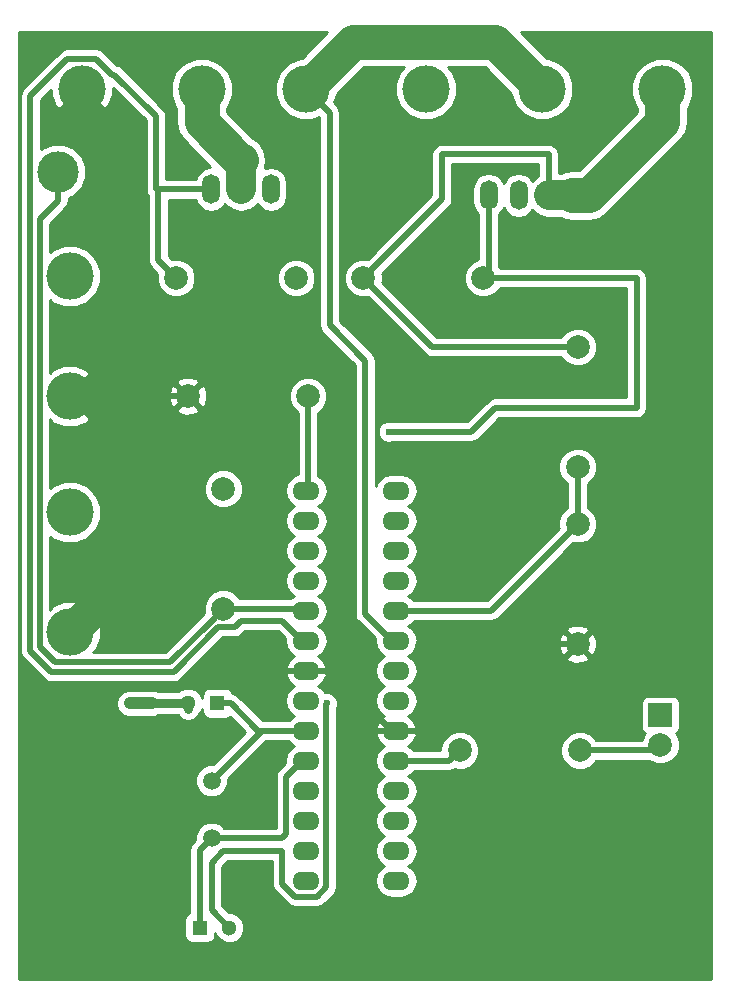
<source format=gtl>
G04 #@! TF.FileFunction,Copper,L1,Top,Signal*
%FSLAX46Y46*%
G04 Gerber Fmt 4.6, Leading zero omitted, Abs format (unit mm)*
G04 Created by KiCad (PCBNEW 4.0.2+dfsg1-stable) date on. 29. nov. 2017 kl. 15.41 +0100*
%MOMM*%
G01*
G04 APERTURE LIST*
%ADD10C,0.100000*%
%ADD11C,1.000000*%
%ADD12C,4.000500*%
%ADD13R,1.300000X1.300000*%
%ADD14C,1.300000*%
%ADD15R,2.000000X2.000000*%
%ADD16C,2.000000*%
%ADD17O,2.300000X1.600000*%
%ADD18C,3.500120*%
%ADD19C,1.998980*%
%ADD20C,1.501140*%
%ADD21C,1.000000*%
%ADD22O,1.501140X2.499360*%
%ADD23C,0.900000*%
%ADD24C,0.600000*%
%ADD25C,0.500000*%
%ADD26C,3.000000*%
%ADD27C,0.250000*%
%ADD28C,2.500000*%
%ADD29C,0.750000*%
%ADD30C,0.254000*%
G04 APERTURE END LIST*
D10*
D11*
X90050000Y-96000000D02*
X91950000Y-96000000D01*
D12*
X86000000Y-44000000D03*
X96160000Y-44000000D03*
X125000000Y-44000000D03*
X135160000Y-44000000D03*
X85000000Y-90000000D03*
X85000000Y-79840000D03*
D13*
X96000000Y-115000000D03*
D14*
X98500000Y-115000000D03*
D13*
X97500000Y-96000000D03*
D14*
X95000000Y-96000000D03*
D15*
X135000000Y-97000000D03*
D16*
X135000000Y-99540000D03*
D17*
X105000000Y-78000000D03*
X105000000Y-80540000D03*
X105000000Y-83080000D03*
X105000000Y-85620000D03*
X105000000Y-88160000D03*
X105000000Y-90700000D03*
X105000000Y-93240000D03*
X105000000Y-95780000D03*
X105000000Y-98320000D03*
X105000000Y-100860000D03*
X105000000Y-103400000D03*
X105000000Y-105940000D03*
X105000000Y-108480000D03*
X105000000Y-111020000D03*
X112620000Y-111020000D03*
X112620000Y-108480000D03*
X112620000Y-105940000D03*
X112620000Y-103400000D03*
X112620000Y-100860000D03*
X112620000Y-98320000D03*
X112620000Y-95780000D03*
X112620000Y-93240000D03*
X112620000Y-90700000D03*
X112620000Y-88160000D03*
X112620000Y-85620000D03*
X112620000Y-83080000D03*
X112620000Y-80540000D03*
X112620000Y-78000000D03*
D12*
X85000000Y-70000000D03*
X85000000Y-59840000D03*
X105000000Y-44000000D03*
X115160000Y-44000000D03*
D18*
X84000000Y-51000000D03*
D19*
X128000000Y-91000000D03*
X128000000Y-80840000D03*
X128000000Y-76000000D03*
X128000000Y-65840000D03*
X95000000Y-70000000D03*
X105160000Y-70000000D03*
X118000000Y-100000000D03*
X128160000Y-100000000D03*
X120000000Y-60000000D03*
X109840000Y-60000000D03*
X94000000Y-60000000D03*
X104160000Y-60000000D03*
X98000000Y-88000000D03*
X98000000Y-77840000D03*
D20*
X97000000Y-102559060D03*
X97000000Y-107440940D03*
D21*
X90050000Y-96000000D03*
X91950000Y-96000000D03*
D22*
X123000000Y-53000000D03*
X120460000Y-53000000D03*
X125540000Y-53000000D03*
X99500000Y-52500000D03*
X96960000Y-52500000D03*
X102040000Y-52500000D03*
D23*
X90050000Y-96000000D03*
D24*
X112000000Y-73000000D03*
X106750000Y-96000000D03*
D25*
X102940940Y-107440940D02*
X103299990Y-107081890D01*
X103299990Y-107081890D02*
X103299990Y-102210010D01*
X103299990Y-102210010D02*
X104650000Y-100860000D01*
X104650000Y-100860000D02*
X105000000Y-100860000D01*
X97000000Y-107440940D02*
X102940940Y-107440940D01*
X96000000Y-115000000D02*
X96000000Y-108440940D01*
X96000000Y-108440940D02*
X97000000Y-107440940D01*
X97500000Y-96000000D02*
X98650000Y-96000000D01*
X98650000Y-96000000D02*
X100970000Y-98320000D01*
X100970000Y-98320000D02*
X101239060Y-98320000D01*
X97000000Y-102559060D02*
X101239060Y-98320000D01*
X101239060Y-98320000D02*
X105000000Y-98320000D01*
X128160000Y-100000000D02*
X134540000Y-100000000D01*
X134540000Y-100000000D02*
X135000000Y-99540000D01*
X105160000Y-70000000D02*
X105160000Y-77840000D01*
X105160000Y-77840000D02*
X105000000Y-78000000D01*
X120460000Y-53000000D02*
X120460000Y-59540000D01*
X120460000Y-59540000D02*
X120000000Y-60000000D01*
X120000000Y-60000000D02*
X119500000Y-60000000D01*
X120000000Y-60000000D02*
X133000000Y-60000000D01*
X133000000Y-60000000D02*
X133000000Y-71000000D01*
X133000000Y-71000000D02*
X121000000Y-71000000D01*
X121000000Y-71000000D02*
X119000000Y-73000000D01*
X119000000Y-73000000D02*
X112000000Y-73000000D01*
X84000000Y-51000000D02*
X84000000Y-53474958D01*
X84000000Y-53474958D02*
X82449749Y-55025209D01*
X82449749Y-55025209D02*
X82449749Y-91224121D01*
X82449749Y-91224121D02*
X83775879Y-92550251D01*
X83775879Y-92550251D02*
X93449749Y-92550251D01*
X93449749Y-92550251D02*
X97000511Y-88999489D01*
X97000511Y-88999489D02*
X98000000Y-88000000D01*
X98000000Y-88000000D02*
X104840000Y-88000000D01*
X104840000Y-88000000D02*
X105000000Y-88160000D01*
X92290509Y-52500000D02*
X96960000Y-52500000D01*
X92500000Y-52500000D02*
X92290509Y-52500000D01*
X92290509Y-52500000D02*
X92290509Y-46290509D01*
X88550251Y-42775879D02*
X87224121Y-41449749D01*
X92290509Y-46290509D02*
X88775879Y-42775879D01*
X88775879Y-42775879D02*
X88550251Y-42775879D01*
X83444505Y-93350261D02*
X93781123Y-93350261D01*
X87224121Y-41449749D02*
X84775879Y-41449749D01*
X84775879Y-41449749D02*
X81649739Y-44575889D01*
X98950509Y-89549491D02*
X99500000Y-89000000D01*
X99500000Y-89000000D02*
X102950000Y-89000000D01*
X81649739Y-44575889D02*
X81649739Y-91555495D01*
X81649739Y-91555495D02*
X83444505Y-93350261D01*
X93781123Y-93350261D02*
X97581893Y-89549491D01*
X97581893Y-89549491D02*
X98950509Y-89549491D01*
X102950000Y-89000000D02*
X104650000Y-90700000D01*
X104650000Y-90700000D02*
X105000000Y-90700000D01*
X92500000Y-52500000D02*
X92500000Y-58500000D01*
X92500000Y-58500000D02*
X94000000Y-60000000D01*
X89000000Y-69500000D02*
X89500000Y-70000000D01*
X89500000Y-70000000D02*
X95000000Y-70000000D01*
D26*
X89000000Y-66000000D02*
X89000000Y-69500000D01*
X89000000Y-69500000D02*
X89000000Y-86000000D01*
X85000000Y-70000000D02*
X88500000Y-70000000D01*
X88500000Y-70000000D02*
X89000000Y-69500000D01*
X89000000Y-86000000D02*
X85000000Y-90000000D01*
X89000000Y-49828780D02*
X89000000Y-66000000D01*
X89000000Y-66000000D02*
X90500000Y-67500000D01*
X86000000Y-44000000D02*
X86000000Y-46828780D01*
X86000000Y-46828780D02*
X89000000Y-49828780D01*
D25*
X116500000Y-91000000D02*
X128000000Y-91000000D01*
X116500000Y-96500000D02*
X116500000Y-91000000D01*
X114680000Y-98320000D02*
X116500000Y-96500000D01*
X112620000Y-98320000D02*
X114680000Y-98320000D01*
X108500000Y-67500000D02*
X108500000Y-93000000D01*
X108500000Y-93000000D02*
X108500000Y-94550000D01*
X105000000Y-93240000D02*
X108260000Y-93240000D01*
X108260000Y-93240000D02*
X108500000Y-93000000D01*
X108500000Y-94550000D02*
X112270000Y-98320000D01*
X112270000Y-98320000D02*
X112620000Y-98320000D01*
X90500000Y-67500000D02*
X108500000Y-67500000D01*
X112620000Y-100860000D02*
X117140000Y-100860000D01*
X117140000Y-100860000D02*
X118000000Y-100000000D01*
D26*
X105000000Y-44000000D02*
X109000000Y-40000000D01*
X109000000Y-40000000D02*
X121000000Y-40000000D01*
X121000000Y-40000000D02*
X125000000Y-44000000D01*
D25*
X107000249Y-46000249D02*
X107000249Y-64000249D01*
X110000000Y-67000000D02*
X110000000Y-88430000D01*
X107000249Y-64000249D02*
X110000000Y-67000000D01*
X110000000Y-88430000D02*
X112270000Y-90700000D01*
X112270000Y-90700000D02*
X112620000Y-90700000D01*
D27*
X112970000Y-90700000D02*
X112620000Y-90700000D01*
D25*
X105000000Y-44000000D02*
X107000249Y-46000249D01*
X128000000Y-80840000D02*
X128000000Y-76000000D01*
X112620000Y-88160000D02*
X120680000Y-88160000D01*
X120680000Y-88160000D02*
X128000000Y-80840000D01*
X125500000Y-49500000D02*
X125540000Y-49540000D01*
X125540000Y-49540000D02*
X125540000Y-53000000D01*
X116500000Y-49500000D02*
X125500000Y-49500000D01*
X116500000Y-53340000D02*
X116500000Y-49500000D01*
X109840000Y-60000000D02*
X116500000Y-53340000D01*
D28*
X125540000Y-53000000D02*
X127500000Y-53000000D01*
D26*
X128988780Y-53000000D02*
X127500000Y-53000000D01*
X135160000Y-44000000D02*
X135160000Y-46828780D01*
X135160000Y-46828780D02*
X128988780Y-53000000D01*
D25*
X128000000Y-65840000D02*
X115680000Y-65840000D01*
X115680000Y-65840000D02*
X109840000Y-60000000D01*
D26*
X96160000Y-44000000D02*
X96160000Y-46828780D01*
X96160000Y-46828780D02*
X99331220Y-50000000D01*
X99331220Y-50000000D02*
X99500000Y-50000000D01*
D28*
X99500000Y-52500000D02*
X99500000Y-50000000D01*
D25*
X106700010Y-97760808D02*
X106700010Y-96049990D01*
X97000000Y-109500000D02*
X97000000Y-113500000D01*
X97000000Y-113500000D02*
X98500000Y-115000000D01*
X98000000Y-108500000D02*
X97000000Y-109500000D01*
X103000000Y-108500000D02*
X98000000Y-108500000D01*
X103000000Y-111279202D02*
X103000000Y-108500000D01*
X106700010Y-111579192D02*
X105909192Y-112370010D01*
X105909192Y-112370010D02*
X104090808Y-112370010D01*
X104090808Y-112370010D02*
X103000000Y-111279202D01*
X106700010Y-97760808D02*
X106700010Y-111579192D01*
D29*
X95000000Y-96000000D02*
X95000000Y-96500000D01*
X95000000Y-96000000D02*
X91950000Y-96000000D01*
D30*
G36*
X104616240Y-41364414D02*
X104478116Y-41364293D01*
X103509201Y-41764641D01*
X102767246Y-42505302D01*
X102365208Y-43473517D01*
X102364293Y-44521884D01*
X102764641Y-45490799D01*
X103505302Y-46232754D01*
X104473517Y-46634792D01*
X105521884Y-46635707D01*
X106115249Y-46390533D01*
X106115249Y-64000244D01*
X106115248Y-64000249D01*
X106171439Y-64282733D01*
X106182616Y-64338924D01*
X106260278Y-64455154D01*
X106374459Y-64626039D01*
X109115000Y-67366579D01*
X109115000Y-88429995D01*
X109114999Y-88430000D01*
X109161014Y-88661326D01*
X109182367Y-88768675D01*
X109336591Y-88999489D01*
X109374210Y-89055790D01*
X110836263Y-90517843D01*
X110800030Y-90700000D01*
X110909263Y-91249151D01*
X111220332Y-91714698D01*
X111602418Y-91970000D01*
X111220332Y-92225302D01*
X110909263Y-92690849D01*
X110800030Y-93240000D01*
X110909263Y-93789151D01*
X111220332Y-94254698D01*
X111602418Y-94510000D01*
X111220332Y-94765302D01*
X110909263Y-95230849D01*
X110800030Y-95780000D01*
X110909263Y-96329151D01*
X111220332Y-96794698D01*
X111598151Y-97047149D01*
X111165500Y-97395104D01*
X110895633Y-97888181D01*
X110878096Y-97970961D01*
X111000085Y-98193000D01*
X112493000Y-98193000D01*
X112493000Y-98173000D01*
X112747000Y-98173000D01*
X112747000Y-98193000D01*
X114239915Y-98193000D01*
X114361904Y-97970961D01*
X114344367Y-97888181D01*
X114074500Y-97395104D01*
X113641849Y-97047149D01*
X114019668Y-96794698D01*
X114330737Y-96329151D01*
X114439970Y-95780000D01*
X114330737Y-95230849D01*
X114019668Y-94765302D01*
X113637582Y-94510000D01*
X114019668Y-94254698D01*
X114330737Y-93789151D01*
X114439970Y-93240000D01*
X114330737Y-92690849D01*
X114019668Y-92225302D01*
X113910208Y-92152163D01*
X127027443Y-92152163D01*
X127126042Y-92418965D01*
X127735582Y-92645401D01*
X128385377Y-92621341D01*
X128873958Y-92418965D01*
X128972557Y-92152163D01*
X128000000Y-91179605D01*
X127027443Y-92152163D01*
X113910208Y-92152163D01*
X113637582Y-91970000D01*
X114019668Y-91714698D01*
X114330737Y-91249151D01*
X114432892Y-90735582D01*
X126354599Y-90735582D01*
X126378659Y-91385377D01*
X126581035Y-91873958D01*
X126847837Y-91972557D01*
X127820395Y-91000000D01*
X128179605Y-91000000D01*
X129152163Y-91972557D01*
X129418965Y-91873958D01*
X129645401Y-91264418D01*
X129621341Y-90614623D01*
X129418965Y-90126042D01*
X129152163Y-90027443D01*
X128179605Y-91000000D01*
X127820395Y-91000000D01*
X126847837Y-90027443D01*
X126581035Y-90126042D01*
X126354599Y-90735582D01*
X114432892Y-90735582D01*
X114439970Y-90700000D01*
X114330737Y-90150849D01*
X114128271Y-89847837D01*
X127027443Y-89847837D01*
X128000000Y-90820395D01*
X128972557Y-89847837D01*
X128873958Y-89581035D01*
X128264418Y-89354599D01*
X127614623Y-89378659D01*
X127126042Y-89581035D01*
X127027443Y-89847837D01*
X114128271Y-89847837D01*
X114019668Y-89685302D01*
X113637582Y-89430000D01*
X114019668Y-89174698D01*
X114106330Y-89045000D01*
X120679995Y-89045000D01*
X120680000Y-89045001D01*
X120962484Y-88988810D01*
X121018675Y-88977633D01*
X121305790Y-88785790D01*
X121305791Y-88785789D01*
X127633827Y-82457752D01*
X127673453Y-82474206D01*
X128323694Y-82474774D01*
X128924655Y-82226462D01*
X129384846Y-81767073D01*
X129634206Y-81166547D01*
X129634774Y-80516306D01*
X129386462Y-79915345D01*
X128927073Y-79455154D01*
X128885000Y-79437684D01*
X128885000Y-77402847D01*
X128924655Y-77386462D01*
X129384846Y-76927073D01*
X129634206Y-76326547D01*
X129634774Y-75676306D01*
X129386462Y-75075345D01*
X128927073Y-74615154D01*
X128326547Y-74365794D01*
X127676306Y-74365226D01*
X127075345Y-74613538D01*
X126615154Y-75072927D01*
X126365794Y-75673453D01*
X126365226Y-76323694D01*
X126613538Y-76924655D01*
X127072927Y-77384846D01*
X127115000Y-77402316D01*
X127115000Y-79437153D01*
X127075345Y-79453538D01*
X126615154Y-79912927D01*
X126365794Y-80513453D01*
X126365226Y-81163694D01*
X126382623Y-81205798D01*
X120313420Y-87275000D01*
X114106330Y-87275000D01*
X114019668Y-87145302D01*
X113637582Y-86890000D01*
X114019668Y-86634698D01*
X114330737Y-86169151D01*
X114439970Y-85620000D01*
X114330737Y-85070849D01*
X114019668Y-84605302D01*
X113637582Y-84350000D01*
X114019668Y-84094698D01*
X114330737Y-83629151D01*
X114439970Y-83080000D01*
X114330737Y-82530849D01*
X114019668Y-82065302D01*
X113637582Y-81810000D01*
X114019668Y-81554698D01*
X114330737Y-81089151D01*
X114439970Y-80540000D01*
X114330737Y-79990849D01*
X114019668Y-79525302D01*
X113637582Y-79270000D01*
X114019668Y-79014698D01*
X114330737Y-78549151D01*
X114439970Y-78000000D01*
X114330737Y-77450849D01*
X114019668Y-76985302D01*
X113554121Y-76674233D01*
X113004970Y-76565000D01*
X112235030Y-76565000D01*
X111685879Y-76674233D01*
X111220332Y-76985302D01*
X110909263Y-77450849D01*
X110885000Y-77572827D01*
X110885000Y-67000005D01*
X110885001Y-67000000D01*
X110817634Y-66661326D01*
X110686981Y-66465790D01*
X110625790Y-66374210D01*
X110625787Y-66374208D01*
X107885249Y-63633669D01*
X107885249Y-60323694D01*
X108205226Y-60323694D01*
X108453538Y-60924655D01*
X108912927Y-61384846D01*
X109513453Y-61634206D01*
X110163694Y-61634774D01*
X110205797Y-61617377D01*
X115054208Y-66465787D01*
X115054210Y-66465790D01*
X115341325Y-66657633D01*
X115680000Y-66725001D01*
X115680005Y-66725000D01*
X126597153Y-66725000D01*
X126613538Y-66764655D01*
X127072927Y-67224846D01*
X127673453Y-67474206D01*
X128323694Y-67474774D01*
X128924655Y-67226462D01*
X129384846Y-66767073D01*
X129634206Y-66166547D01*
X129634774Y-65516306D01*
X129386462Y-64915345D01*
X128927073Y-64455154D01*
X128326547Y-64205794D01*
X127676306Y-64205226D01*
X127075345Y-64453538D01*
X126615154Y-64912927D01*
X126597684Y-64955000D01*
X116046579Y-64955000D01*
X111457752Y-60366172D01*
X111474206Y-60326547D01*
X111474774Y-59676306D01*
X111457377Y-59634203D01*
X117125787Y-53965792D01*
X117125790Y-53965790D01*
X117317633Y-53678675D01*
X117385000Y-53340000D01*
X117385000Y-50385000D01*
X124655000Y-50385000D01*
X124655000Y-51367829D01*
X124207104Y-51667104D01*
X124154524Y-51745795D01*
X123979746Y-51484221D01*
X123530235Y-51183867D01*
X123000000Y-51078397D01*
X122469765Y-51183867D01*
X122020254Y-51484221D01*
X121730000Y-51918616D01*
X121439746Y-51484221D01*
X120990235Y-51183867D01*
X120460000Y-51078397D01*
X119929765Y-51183867D01*
X119480254Y-51484221D01*
X119179900Y-51933732D01*
X119074430Y-52463967D01*
X119074430Y-53536033D01*
X119179900Y-54066268D01*
X119480254Y-54515779D01*
X119575000Y-54579086D01*
X119575000Y-58407085D01*
X119075345Y-58613538D01*
X118615154Y-59072927D01*
X118365794Y-59673453D01*
X118365226Y-60323694D01*
X118613538Y-60924655D01*
X119072927Y-61384846D01*
X119673453Y-61634206D01*
X120323694Y-61634774D01*
X120924655Y-61386462D01*
X121384846Y-60927073D01*
X121402316Y-60885000D01*
X132115000Y-60885000D01*
X132115000Y-70115000D01*
X121000005Y-70115000D01*
X121000000Y-70114999D01*
X120675210Y-70179605D01*
X120661325Y-70182367D01*
X120374210Y-70374210D01*
X120374208Y-70374213D01*
X118633420Y-72115000D01*
X112306822Y-72115000D01*
X112186799Y-72065162D01*
X111814833Y-72064838D01*
X111471057Y-72206883D01*
X111207808Y-72469673D01*
X111065162Y-72813201D01*
X111064838Y-73185167D01*
X111206883Y-73528943D01*
X111469673Y-73792192D01*
X111813201Y-73934838D01*
X112185167Y-73935162D01*
X112306569Y-73885000D01*
X118999995Y-73885000D01*
X119000000Y-73885001D01*
X119282484Y-73828810D01*
X119338675Y-73817633D01*
X119625790Y-73625790D01*
X121366579Y-71885000D01*
X133000000Y-71885000D01*
X133338675Y-71817633D01*
X133625790Y-71625790D01*
X133817633Y-71338675D01*
X133885000Y-71000000D01*
X133885000Y-60000000D01*
X133817633Y-59661325D01*
X133625790Y-59374210D01*
X133338675Y-59182367D01*
X133000000Y-59115000D01*
X121402847Y-59115000D01*
X121386462Y-59075345D01*
X121345000Y-59033811D01*
X121345000Y-54579086D01*
X121439746Y-54515779D01*
X121730000Y-54081384D01*
X122020254Y-54515779D01*
X122469765Y-54816133D01*
X123000000Y-54921603D01*
X123530235Y-54816133D01*
X123979746Y-54515779D01*
X124154524Y-54254205D01*
X124207104Y-54332896D01*
X124818642Y-54741513D01*
X124931764Y-54764014D01*
X125009765Y-54816133D01*
X125540000Y-54921603D01*
X125724016Y-54885000D01*
X126552043Y-54885000D01*
X126682971Y-54972483D01*
X127500000Y-55135000D01*
X128988780Y-55135000D01*
X129805809Y-54972483D01*
X130498453Y-54509673D01*
X136669673Y-48338453D01*
X137132483Y-47645809D01*
X137295000Y-46828780D01*
X137295000Y-45592282D01*
X137392754Y-45494698D01*
X137794792Y-44526483D01*
X137795707Y-43478116D01*
X137395359Y-42509201D01*
X136654698Y-41767246D01*
X135686483Y-41365208D01*
X134638116Y-41364293D01*
X133669201Y-41764641D01*
X132927246Y-42505302D01*
X132525208Y-43473517D01*
X132524293Y-44521884D01*
X132924641Y-45490799D01*
X133025000Y-45591333D01*
X133025000Y-45944434D01*
X128104434Y-50865000D01*
X127500000Y-50865000D01*
X126682971Y-51027517D01*
X126552043Y-51115000D01*
X126425000Y-51115000D01*
X126425000Y-49540005D01*
X126425001Y-49540000D01*
X126357634Y-49201326D01*
X126293975Y-49106054D01*
X126165790Y-48914210D01*
X126165787Y-48914208D01*
X126125790Y-48874210D01*
X126016616Y-48801263D01*
X125838675Y-48682367D01*
X125761943Y-48667104D01*
X125500000Y-48614999D01*
X125499995Y-48615000D01*
X116500000Y-48615000D01*
X116161325Y-48682367D01*
X115874210Y-48874210D01*
X115682367Y-49161325D01*
X115615000Y-49500000D01*
X115615000Y-52973421D01*
X110206172Y-58382248D01*
X110166547Y-58365794D01*
X109516306Y-58365226D01*
X108915345Y-58613538D01*
X108455154Y-59072927D01*
X108205794Y-59673453D01*
X108205226Y-60323694D01*
X107885249Y-60323694D01*
X107885249Y-46000254D01*
X107885250Y-46000249D01*
X107817882Y-45661574D01*
X107626039Y-45374459D01*
X107626036Y-45374457D01*
X107383424Y-45131845D01*
X107634792Y-44526483D01*
X107634916Y-44384430D01*
X109884346Y-42135000D01*
X113298195Y-42135000D01*
X112927246Y-42505302D01*
X112525208Y-43473517D01*
X112524293Y-44521884D01*
X112924641Y-45490799D01*
X113665302Y-46232754D01*
X114633517Y-46634792D01*
X115681884Y-46635707D01*
X116650799Y-46235359D01*
X117392754Y-45494698D01*
X117794792Y-44526483D01*
X117795707Y-43478116D01*
X117395359Y-42509201D01*
X117021811Y-42135000D01*
X120115654Y-42135000D01*
X122364414Y-44383760D01*
X122364293Y-44521884D01*
X122764641Y-45490799D01*
X123505302Y-46232754D01*
X124473517Y-46634792D01*
X125521884Y-46635707D01*
X126490799Y-46235359D01*
X127232754Y-45494698D01*
X127634792Y-44526483D01*
X127635707Y-43478116D01*
X127235359Y-42509201D01*
X126494698Y-41767246D01*
X125526483Y-41365208D01*
X125384430Y-41365084D01*
X123204346Y-39185000D01*
X139315000Y-39185000D01*
X139315000Y-119315000D01*
X80685000Y-119315000D01*
X80685000Y-96224775D01*
X88914803Y-96224775D01*
X89087233Y-96642086D01*
X89406235Y-96961645D01*
X89823244Y-97134803D01*
X90274775Y-97135197D01*
X90275252Y-97135000D01*
X91949009Y-97135000D01*
X92174775Y-97135197D01*
X92477774Y-97010000D01*
X94149395Y-97010000D01*
X94285822Y-97214178D01*
X94613490Y-97433118D01*
X95000000Y-97510000D01*
X95386510Y-97433118D01*
X95714178Y-97214178D01*
X95933118Y-96886510D01*
X95933694Y-96883615D01*
X96088735Y-96728845D01*
X96202560Y-96454724D01*
X96202560Y-96650000D01*
X96246838Y-96885317D01*
X96385910Y-97101441D01*
X96598110Y-97246431D01*
X96850000Y-97297440D01*
X98150000Y-97297440D01*
X98385317Y-97253162D01*
X98547330Y-97148910D01*
X99852951Y-98454530D01*
X97133874Y-101173606D01*
X96725602Y-101173250D01*
X96216163Y-101383746D01*
X95826056Y-101773173D01*
X95614671Y-102282244D01*
X95614190Y-102833458D01*
X95824686Y-103342897D01*
X96214113Y-103733004D01*
X96723184Y-103944389D01*
X97274398Y-103944870D01*
X97783837Y-103734374D01*
X98173944Y-103344947D01*
X98385329Y-102835876D01*
X98385688Y-102424952D01*
X101605639Y-99205000D01*
X103513670Y-99205000D01*
X103600332Y-99334698D01*
X103982418Y-99590000D01*
X103600332Y-99845302D01*
X103289263Y-100310849D01*
X103180030Y-100860000D01*
X103216263Y-101042157D01*
X102674200Y-101584220D01*
X102482357Y-101871335D01*
X102482357Y-101871336D01*
X102414989Y-102210010D01*
X102414990Y-102210015D01*
X102414990Y-106555940D01*
X98074327Y-106555940D01*
X97785887Y-106266996D01*
X97276816Y-106055611D01*
X96725602Y-106055130D01*
X96216163Y-106265626D01*
X95826056Y-106655053D01*
X95614671Y-107164124D01*
X95614312Y-107575048D01*
X95374210Y-107815150D01*
X95182367Y-108102265D01*
X95182367Y-108102266D01*
X95114999Y-108440940D01*
X95115000Y-108440945D01*
X95115000Y-113746778D01*
X95114683Y-113746838D01*
X94898559Y-113885910D01*
X94753569Y-114098110D01*
X94702560Y-114350000D01*
X94702560Y-115650000D01*
X94746838Y-115885317D01*
X94885910Y-116101441D01*
X95098110Y-116246431D01*
X95350000Y-116297440D01*
X96650000Y-116297440D01*
X96885317Y-116253162D01*
X97101441Y-116114090D01*
X97246431Y-115901890D01*
X97297440Y-115650000D01*
X97297440Y-115454540D01*
X97409995Y-115726943D01*
X97771155Y-116088735D01*
X98243276Y-116284777D01*
X98754481Y-116285223D01*
X99226943Y-116090005D01*
X99588735Y-115728845D01*
X99784777Y-115256724D01*
X99785223Y-114745519D01*
X99590005Y-114273057D01*
X99228845Y-113911265D01*
X98756724Y-113715223D01*
X98466549Y-113714970D01*
X97885000Y-113133420D01*
X97885000Y-109866580D01*
X98366579Y-109385000D01*
X102115000Y-109385000D01*
X102115000Y-111279197D01*
X102114999Y-111279202D01*
X102155938Y-111485010D01*
X102182367Y-111617877D01*
X102374210Y-111904992D01*
X103465016Y-112995797D01*
X103465018Y-112995800D01*
X103712747Y-113161326D01*
X103752133Y-113187643D01*
X104090808Y-113255010D01*
X105909187Y-113255010D01*
X105909192Y-113255011D01*
X106191676Y-113198820D01*
X106247867Y-113187643D01*
X106534982Y-112995800D01*
X106534983Y-112995799D01*
X107325797Y-112204984D01*
X107325800Y-112204982D01*
X107517643Y-111917867D01*
X107517644Y-111917866D01*
X107585011Y-111579192D01*
X107585010Y-111579187D01*
X107585010Y-100860000D01*
X110800030Y-100860000D01*
X110909263Y-101409151D01*
X111220332Y-101874698D01*
X111602418Y-102130000D01*
X111220332Y-102385302D01*
X110909263Y-102850849D01*
X110800030Y-103400000D01*
X110909263Y-103949151D01*
X111220332Y-104414698D01*
X111602418Y-104670000D01*
X111220332Y-104925302D01*
X110909263Y-105390849D01*
X110800030Y-105940000D01*
X110909263Y-106489151D01*
X111220332Y-106954698D01*
X111602418Y-107210000D01*
X111220332Y-107465302D01*
X110909263Y-107930849D01*
X110800030Y-108480000D01*
X110909263Y-109029151D01*
X111220332Y-109494698D01*
X111602418Y-109750000D01*
X111220332Y-110005302D01*
X110909263Y-110470849D01*
X110800030Y-111020000D01*
X110909263Y-111569151D01*
X111220332Y-112034698D01*
X111685879Y-112345767D01*
X112235030Y-112455000D01*
X113004970Y-112455000D01*
X113554121Y-112345767D01*
X114019668Y-112034698D01*
X114330737Y-111569151D01*
X114439970Y-111020000D01*
X114330737Y-110470849D01*
X114019668Y-110005302D01*
X113637582Y-109750000D01*
X114019668Y-109494698D01*
X114330737Y-109029151D01*
X114439970Y-108480000D01*
X114330737Y-107930849D01*
X114019668Y-107465302D01*
X113637582Y-107210000D01*
X114019668Y-106954698D01*
X114330737Y-106489151D01*
X114439970Y-105940000D01*
X114330737Y-105390849D01*
X114019668Y-104925302D01*
X113637582Y-104670000D01*
X114019668Y-104414698D01*
X114330737Y-103949151D01*
X114439970Y-103400000D01*
X114330737Y-102850849D01*
X114019668Y-102385302D01*
X113637582Y-102130000D01*
X114019668Y-101874698D01*
X114106330Y-101745000D01*
X117139995Y-101745000D01*
X117140000Y-101745001D01*
X117422484Y-101688810D01*
X117478675Y-101677633D01*
X117593411Y-101600970D01*
X117673453Y-101634206D01*
X118323694Y-101634774D01*
X118924655Y-101386462D01*
X119384846Y-100927073D01*
X119634206Y-100326547D01*
X119634208Y-100323694D01*
X126525226Y-100323694D01*
X126773538Y-100924655D01*
X127232927Y-101384846D01*
X127833453Y-101634206D01*
X128483694Y-101634774D01*
X129084655Y-101386462D01*
X129544846Y-100927073D01*
X129562316Y-100885000D01*
X134032429Y-100885000D01*
X134072637Y-100925278D01*
X134673352Y-101174716D01*
X135323795Y-101175284D01*
X135924943Y-100926894D01*
X136385278Y-100467363D01*
X136634716Y-99866648D01*
X136635284Y-99216205D01*
X136386894Y-98615057D01*
X136320379Y-98548426D01*
X136451441Y-98464090D01*
X136596431Y-98251890D01*
X136647440Y-98000000D01*
X136647440Y-96000000D01*
X136603162Y-95764683D01*
X136464090Y-95548559D01*
X136251890Y-95403569D01*
X136000000Y-95352560D01*
X134000000Y-95352560D01*
X133764683Y-95396838D01*
X133548559Y-95535910D01*
X133403569Y-95748110D01*
X133352560Y-96000000D01*
X133352560Y-98000000D01*
X133396838Y-98235317D01*
X133535910Y-98451441D01*
X133678561Y-98548910D01*
X133614722Y-98612637D01*
X133406123Y-99115000D01*
X129562847Y-99115000D01*
X129546462Y-99075345D01*
X129087073Y-98615154D01*
X128486547Y-98365794D01*
X127836306Y-98365226D01*
X127235345Y-98613538D01*
X126775154Y-99072927D01*
X126525794Y-99673453D01*
X126525226Y-100323694D01*
X119634208Y-100323694D01*
X119634774Y-99676306D01*
X119386462Y-99075345D01*
X118927073Y-98615154D01*
X118326547Y-98365794D01*
X117676306Y-98365226D01*
X117075345Y-98613538D01*
X116615154Y-99072927D01*
X116365794Y-99673453D01*
X116365531Y-99975000D01*
X114106330Y-99975000D01*
X114019668Y-99845302D01*
X113641849Y-99592851D01*
X114074500Y-99244896D01*
X114344367Y-98751819D01*
X114361904Y-98669039D01*
X114239915Y-98447000D01*
X112747000Y-98447000D01*
X112747000Y-98467000D01*
X112493000Y-98467000D01*
X112493000Y-98447000D01*
X111000085Y-98447000D01*
X110878096Y-98669039D01*
X110895633Y-98751819D01*
X111165500Y-99244896D01*
X111598151Y-99592851D01*
X111220332Y-99845302D01*
X110909263Y-100310849D01*
X110800030Y-100860000D01*
X107585010Y-100860000D01*
X107585010Y-96427210D01*
X107684838Y-96186799D01*
X107685162Y-95814833D01*
X107543117Y-95471057D01*
X107280327Y-95207808D01*
X106936799Y-95065162D01*
X106599832Y-95064868D01*
X106399668Y-94765302D01*
X106021849Y-94512851D01*
X106454500Y-94164896D01*
X106724367Y-93671819D01*
X106741904Y-93589039D01*
X106619915Y-93367000D01*
X105127000Y-93367000D01*
X105127000Y-93387000D01*
X104873000Y-93387000D01*
X104873000Y-93367000D01*
X103380085Y-93367000D01*
X103258096Y-93589039D01*
X103275633Y-93671819D01*
X103545500Y-94164896D01*
X103978151Y-94512851D01*
X103600332Y-94765302D01*
X103289263Y-95230849D01*
X103180030Y-95780000D01*
X103289263Y-96329151D01*
X103600332Y-96794698D01*
X103982418Y-97050000D01*
X103600332Y-97305302D01*
X103513670Y-97435000D01*
X101336579Y-97435000D01*
X99275790Y-95374210D01*
X99143507Y-95285822D01*
X98988675Y-95182367D01*
X98932484Y-95171190D01*
X98757235Y-95136330D01*
X98753162Y-95114683D01*
X98614090Y-94898559D01*
X98401890Y-94753569D01*
X98150000Y-94702560D01*
X96850000Y-94702560D01*
X96614683Y-94746838D01*
X96398559Y-94885910D01*
X96253569Y-95098110D01*
X96202560Y-95350000D01*
X96202560Y-95545460D01*
X96090005Y-95273057D01*
X95728845Y-94911265D01*
X95256724Y-94715223D01*
X94745519Y-94714777D01*
X94273057Y-94909995D01*
X94192912Y-94990000D01*
X92477314Y-94990000D01*
X92176756Y-94865197D01*
X91725225Y-94864803D01*
X91724748Y-94865000D01*
X90050990Y-94865000D01*
X89825225Y-94864803D01*
X89407914Y-95037233D01*
X89088355Y-95356235D01*
X88915197Y-95773244D01*
X88914803Y-96224775D01*
X80685000Y-96224775D01*
X80685000Y-44575889D01*
X80764738Y-44575889D01*
X80764739Y-44575894D01*
X80764739Y-91555490D01*
X80764738Y-91555495D01*
X80799971Y-91732618D01*
X80832106Y-91894170D01*
X80920036Y-92025767D01*
X81023949Y-92181285D01*
X82818713Y-93976048D01*
X82818715Y-93976051D01*
X83101343Y-94164896D01*
X83105830Y-94167894D01*
X83444505Y-94235261D01*
X93781118Y-94235261D01*
X93781123Y-94235262D01*
X94063607Y-94179071D01*
X94119798Y-94167894D01*
X94406913Y-93976051D01*
X94406914Y-93976050D01*
X97948472Y-90434491D01*
X98950504Y-90434491D01*
X98950509Y-90434492D01*
X99232993Y-90378301D01*
X99289184Y-90367124D01*
X99576299Y-90175281D01*
X99866579Y-89885000D01*
X102583420Y-89885000D01*
X103216263Y-90517843D01*
X103180030Y-90700000D01*
X103289263Y-91249151D01*
X103600332Y-91714698D01*
X103978151Y-91967149D01*
X103545500Y-92315104D01*
X103275633Y-92808181D01*
X103258096Y-92890961D01*
X103380085Y-93113000D01*
X104873000Y-93113000D01*
X104873000Y-93093000D01*
X105127000Y-93093000D01*
X105127000Y-93113000D01*
X106619915Y-93113000D01*
X106741904Y-92890961D01*
X106724367Y-92808181D01*
X106454500Y-92315104D01*
X106021849Y-91967149D01*
X106399668Y-91714698D01*
X106710737Y-91249151D01*
X106819970Y-90700000D01*
X106710737Y-90150849D01*
X106399668Y-89685302D01*
X106017582Y-89430000D01*
X106399668Y-89174698D01*
X106710737Y-88709151D01*
X106819970Y-88160000D01*
X106710737Y-87610849D01*
X106399668Y-87145302D01*
X106017582Y-86890000D01*
X106399668Y-86634698D01*
X106710737Y-86169151D01*
X106819970Y-85620000D01*
X106710737Y-85070849D01*
X106399668Y-84605302D01*
X106017582Y-84350000D01*
X106399668Y-84094698D01*
X106710737Y-83629151D01*
X106819970Y-83080000D01*
X106710737Y-82530849D01*
X106399668Y-82065302D01*
X106017582Y-81810000D01*
X106399668Y-81554698D01*
X106710737Y-81089151D01*
X106819970Y-80540000D01*
X106710737Y-79990849D01*
X106399668Y-79525302D01*
X106017582Y-79270000D01*
X106399668Y-79014698D01*
X106710737Y-78549151D01*
X106819970Y-78000000D01*
X106710737Y-77450849D01*
X106399668Y-76985302D01*
X106045000Y-76748320D01*
X106045000Y-71402847D01*
X106084655Y-71386462D01*
X106544846Y-70927073D01*
X106794206Y-70326547D01*
X106794774Y-69676306D01*
X106546462Y-69075345D01*
X106087073Y-68615154D01*
X105486547Y-68365794D01*
X104836306Y-68365226D01*
X104235345Y-68613538D01*
X103775154Y-69072927D01*
X103525794Y-69673453D01*
X103525226Y-70323694D01*
X103773538Y-70924655D01*
X104232927Y-71384846D01*
X104275000Y-71402316D01*
X104275000Y-76632636D01*
X104065879Y-76674233D01*
X103600332Y-76985302D01*
X103289263Y-77450849D01*
X103180030Y-78000000D01*
X103289263Y-78549151D01*
X103600332Y-79014698D01*
X103982418Y-79270000D01*
X103600332Y-79525302D01*
X103289263Y-79990849D01*
X103180030Y-80540000D01*
X103289263Y-81089151D01*
X103600332Y-81554698D01*
X103982418Y-81810000D01*
X103600332Y-82065302D01*
X103289263Y-82530849D01*
X103180030Y-83080000D01*
X103289263Y-83629151D01*
X103600332Y-84094698D01*
X103982418Y-84350000D01*
X103600332Y-84605302D01*
X103289263Y-85070849D01*
X103180030Y-85620000D01*
X103289263Y-86169151D01*
X103600332Y-86634698D01*
X103982418Y-86890000D01*
X103645682Y-87115000D01*
X99402847Y-87115000D01*
X99386462Y-87075345D01*
X98927073Y-86615154D01*
X98326547Y-86365794D01*
X97676306Y-86365226D01*
X97075345Y-86613538D01*
X96615154Y-87072927D01*
X96365794Y-87673453D01*
X96365226Y-88323694D01*
X96382623Y-88365797D01*
X96374721Y-88373699D01*
X96374719Y-88373702D01*
X93083169Y-91665251D01*
X86926156Y-91665251D01*
X87245949Y-91474797D01*
X87639367Y-90503047D01*
X87630965Y-89454713D01*
X87245949Y-88525203D01*
X86875202Y-88304403D01*
X85179605Y-90000000D01*
X85193748Y-90014143D01*
X85014143Y-90193748D01*
X85000000Y-90179605D01*
X84985858Y-90193748D01*
X84806253Y-90014143D01*
X84820395Y-90000000D01*
X84806253Y-89985858D01*
X84985858Y-89806253D01*
X85000000Y-89820395D01*
X86695597Y-88124798D01*
X86474797Y-87754051D01*
X85503047Y-87360633D01*
X84454713Y-87369035D01*
X83525203Y-87754051D01*
X83334749Y-88073844D01*
X83334749Y-81901903D01*
X83505302Y-82072754D01*
X84473517Y-82474792D01*
X85521884Y-82475707D01*
X86490799Y-82075359D01*
X87232754Y-81334698D01*
X87634792Y-80366483D01*
X87635707Y-79318116D01*
X87235359Y-78349201D01*
X87050176Y-78163694D01*
X96365226Y-78163694D01*
X96613538Y-78764655D01*
X97072927Y-79224846D01*
X97673453Y-79474206D01*
X98323694Y-79474774D01*
X98924655Y-79226462D01*
X99384846Y-78767073D01*
X99634206Y-78166547D01*
X99634774Y-77516306D01*
X99386462Y-76915345D01*
X98927073Y-76455154D01*
X98326547Y-76205794D01*
X97676306Y-76205226D01*
X97075345Y-76453538D01*
X96615154Y-76912927D01*
X96365794Y-77513453D01*
X96365226Y-78163694D01*
X87050176Y-78163694D01*
X86494698Y-77607246D01*
X85526483Y-77205208D01*
X84478116Y-77204293D01*
X83509201Y-77604641D01*
X83334749Y-77778789D01*
X83334749Y-71926156D01*
X83525203Y-72245949D01*
X84496953Y-72639367D01*
X85545287Y-72630965D01*
X86474797Y-72245949D01*
X86695597Y-71875202D01*
X85000000Y-70179605D01*
X84985858Y-70193748D01*
X84806253Y-70014143D01*
X84820395Y-70000000D01*
X85179605Y-70000000D01*
X86875202Y-71695597D01*
X87245949Y-71474797D01*
X87376569Y-71152163D01*
X94027443Y-71152163D01*
X94126042Y-71418965D01*
X94735582Y-71645401D01*
X95385377Y-71621341D01*
X95873958Y-71418965D01*
X95972557Y-71152163D01*
X95000000Y-70179605D01*
X94027443Y-71152163D01*
X87376569Y-71152163D01*
X87639367Y-70503047D01*
X87633217Y-69735582D01*
X93354599Y-69735582D01*
X93378659Y-70385377D01*
X93581035Y-70873958D01*
X93847837Y-70972557D01*
X94820395Y-70000000D01*
X95179605Y-70000000D01*
X96152163Y-70972557D01*
X96418965Y-70873958D01*
X96645401Y-70264418D01*
X96621341Y-69614623D01*
X96418965Y-69126042D01*
X96152163Y-69027443D01*
X95179605Y-70000000D01*
X94820395Y-70000000D01*
X93847837Y-69027443D01*
X93581035Y-69126042D01*
X93354599Y-69735582D01*
X87633217Y-69735582D01*
X87630965Y-69454713D01*
X87379589Y-68847837D01*
X94027443Y-68847837D01*
X95000000Y-69820395D01*
X95972557Y-68847837D01*
X95873958Y-68581035D01*
X95264418Y-68354599D01*
X94614623Y-68378659D01*
X94126042Y-68581035D01*
X94027443Y-68847837D01*
X87379589Y-68847837D01*
X87245949Y-68525203D01*
X86875202Y-68304403D01*
X85179605Y-70000000D01*
X84820395Y-70000000D01*
X84806253Y-69985858D01*
X84985858Y-69806253D01*
X85000000Y-69820395D01*
X86695597Y-68124798D01*
X86474797Y-67754051D01*
X85503047Y-67360633D01*
X84454713Y-67369035D01*
X83525203Y-67754051D01*
X83334749Y-68073844D01*
X83334749Y-61901903D01*
X83505302Y-62072754D01*
X84473517Y-62474792D01*
X85521884Y-62475707D01*
X86490799Y-62075359D01*
X87232754Y-61334698D01*
X87634792Y-60366483D01*
X87635707Y-59318116D01*
X87235359Y-58349201D01*
X86494698Y-57607246D01*
X85526483Y-57205208D01*
X84478116Y-57204293D01*
X83509201Y-57604641D01*
X83334749Y-57778789D01*
X83334749Y-55391789D01*
X84625787Y-54100750D01*
X84625790Y-54100748D01*
X84817633Y-53813633D01*
X84844478Y-53678675D01*
X84885001Y-53474958D01*
X84885000Y-53474953D01*
X84885000Y-53214964D01*
X85349263Y-53023134D01*
X86020776Y-52352792D01*
X86384645Y-51476499D01*
X86385473Y-50527664D01*
X86023134Y-49650737D01*
X85352792Y-48979224D01*
X84476499Y-48615355D01*
X83527664Y-48614527D01*
X82650737Y-48976866D01*
X82534739Y-49092662D01*
X82534739Y-45875202D01*
X84304403Y-45875202D01*
X84525203Y-46245949D01*
X85496953Y-46639367D01*
X86545287Y-46630965D01*
X87474797Y-46245949D01*
X87695597Y-45875202D01*
X86000000Y-44179605D01*
X84304403Y-45875202D01*
X82534739Y-45875202D01*
X82534739Y-44942469D01*
X83365560Y-44111648D01*
X83369035Y-44545287D01*
X83754051Y-45474797D01*
X84124798Y-45695597D01*
X85820395Y-44000000D01*
X85806253Y-43985858D01*
X85985858Y-43806253D01*
X86000000Y-43820395D01*
X86014143Y-43806253D01*
X86193748Y-43985858D01*
X86179605Y-44000000D01*
X87875202Y-45695597D01*
X88245949Y-45474797D01*
X88639367Y-44503047D01*
X88634422Y-43886001D01*
X91405509Y-46657088D01*
X91405509Y-52500000D01*
X91472876Y-52838675D01*
X91615000Y-53051380D01*
X91615000Y-58499995D01*
X91614999Y-58500000D01*
X91645831Y-58654999D01*
X91682367Y-58838675D01*
X91838888Y-59072927D01*
X91874210Y-59125790D01*
X92382248Y-59633828D01*
X92365794Y-59673453D01*
X92365226Y-60323694D01*
X92613538Y-60924655D01*
X93072927Y-61384846D01*
X93673453Y-61634206D01*
X94323694Y-61634774D01*
X94924655Y-61386462D01*
X95384846Y-60927073D01*
X95634206Y-60326547D01*
X95634208Y-60323694D01*
X102525226Y-60323694D01*
X102773538Y-60924655D01*
X103232927Y-61384846D01*
X103833453Y-61634206D01*
X104483694Y-61634774D01*
X105084655Y-61386462D01*
X105544846Y-60927073D01*
X105794206Y-60326547D01*
X105794774Y-59676306D01*
X105546462Y-59075345D01*
X105087073Y-58615154D01*
X104486547Y-58365794D01*
X103836306Y-58365226D01*
X103235345Y-58613538D01*
X102775154Y-59072927D01*
X102525794Y-59673453D01*
X102525226Y-60323694D01*
X95634208Y-60323694D01*
X95634774Y-59676306D01*
X95386462Y-59075345D01*
X94927073Y-58615154D01*
X94326547Y-58365794D01*
X93676306Y-58365226D01*
X93634202Y-58382623D01*
X93385000Y-58133420D01*
X93385000Y-53385000D01*
X95643844Y-53385000D01*
X95679900Y-53566268D01*
X95980254Y-54015779D01*
X96429765Y-54316133D01*
X96960000Y-54421603D01*
X97490235Y-54316133D01*
X97939746Y-54015779D01*
X98114524Y-53754205D01*
X98167104Y-53832896D01*
X98778642Y-54241513D01*
X98891764Y-54264014D01*
X98969765Y-54316133D01*
X99500000Y-54421603D01*
X100030235Y-54316133D01*
X100108236Y-54264014D01*
X100221358Y-54241513D01*
X100832896Y-53832896D01*
X100885476Y-53754205D01*
X101060254Y-54015779D01*
X101509765Y-54316133D01*
X102040000Y-54421603D01*
X102570235Y-54316133D01*
X103019746Y-54015779D01*
X103320100Y-53566268D01*
X103425570Y-53036033D01*
X103425570Y-51963967D01*
X103320100Y-51433732D01*
X103019746Y-50984221D01*
X102570235Y-50683867D01*
X102040000Y-50578397D01*
X101509765Y-50683867D01*
X101497316Y-50692185D01*
X101635000Y-50000000D01*
X101472483Y-49182971D01*
X101009673Y-48490327D01*
X100501026Y-48150460D01*
X98295000Y-45944434D01*
X98295000Y-45592282D01*
X98392754Y-45494698D01*
X98794792Y-44526483D01*
X98795707Y-43478116D01*
X98395359Y-42509201D01*
X97654698Y-41767246D01*
X96686483Y-41365208D01*
X95638116Y-41364293D01*
X94669201Y-41764641D01*
X93927246Y-42505302D01*
X93525208Y-43473517D01*
X93524293Y-44521884D01*
X93924641Y-45490799D01*
X94025000Y-45591333D01*
X94025000Y-46828780D01*
X94187517Y-47645809D01*
X94650327Y-48338453D01*
X96901840Y-50589966D01*
X96429765Y-50683867D01*
X95980254Y-50984221D01*
X95679900Y-51433732D01*
X95643844Y-51615000D01*
X93175509Y-51615000D01*
X93175509Y-46290509D01*
X93108142Y-45951834D01*
X92916299Y-45664719D01*
X92916296Y-45664717D01*
X89401669Y-42150089D01*
X89290095Y-42075538D01*
X89114554Y-41958246D01*
X89058363Y-41947069D01*
X88951829Y-41925877D01*
X87849911Y-40823959D01*
X87839539Y-40817029D01*
X87562796Y-40632116D01*
X87506605Y-40620939D01*
X87224121Y-40564748D01*
X87224116Y-40564749D01*
X84775884Y-40564749D01*
X84775879Y-40564748D01*
X84437205Y-40632115D01*
X84437203Y-40632116D01*
X84437204Y-40632116D01*
X84150089Y-40823959D01*
X84150087Y-40823962D01*
X81023949Y-43950099D01*
X80832106Y-44237214D01*
X80832106Y-44237215D01*
X80764738Y-44575889D01*
X80685000Y-44575889D01*
X80685000Y-39185000D01*
X106795654Y-39185000D01*
X104616240Y-41364414D01*
X104616240Y-41364414D01*
G37*
X104616240Y-41364414D02*
X104478116Y-41364293D01*
X103509201Y-41764641D01*
X102767246Y-42505302D01*
X102365208Y-43473517D01*
X102364293Y-44521884D01*
X102764641Y-45490799D01*
X103505302Y-46232754D01*
X104473517Y-46634792D01*
X105521884Y-46635707D01*
X106115249Y-46390533D01*
X106115249Y-64000244D01*
X106115248Y-64000249D01*
X106171439Y-64282733D01*
X106182616Y-64338924D01*
X106260278Y-64455154D01*
X106374459Y-64626039D01*
X109115000Y-67366579D01*
X109115000Y-88429995D01*
X109114999Y-88430000D01*
X109161014Y-88661326D01*
X109182367Y-88768675D01*
X109336591Y-88999489D01*
X109374210Y-89055790D01*
X110836263Y-90517843D01*
X110800030Y-90700000D01*
X110909263Y-91249151D01*
X111220332Y-91714698D01*
X111602418Y-91970000D01*
X111220332Y-92225302D01*
X110909263Y-92690849D01*
X110800030Y-93240000D01*
X110909263Y-93789151D01*
X111220332Y-94254698D01*
X111602418Y-94510000D01*
X111220332Y-94765302D01*
X110909263Y-95230849D01*
X110800030Y-95780000D01*
X110909263Y-96329151D01*
X111220332Y-96794698D01*
X111598151Y-97047149D01*
X111165500Y-97395104D01*
X110895633Y-97888181D01*
X110878096Y-97970961D01*
X111000085Y-98193000D01*
X112493000Y-98193000D01*
X112493000Y-98173000D01*
X112747000Y-98173000D01*
X112747000Y-98193000D01*
X114239915Y-98193000D01*
X114361904Y-97970961D01*
X114344367Y-97888181D01*
X114074500Y-97395104D01*
X113641849Y-97047149D01*
X114019668Y-96794698D01*
X114330737Y-96329151D01*
X114439970Y-95780000D01*
X114330737Y-95230849D01*
X114019668Y-94765302D01*
X113637582Y-94510000D01*
X114019668Y-94254698D01*
X114330737Y-93789151D01*
X114439970Y-93240000D01*
X114330737Y-92690849D01*
X114019668Y-92225302D01*
X113910208Y-92152163D01*
X127027443Y-92152163D01*
X127126042Y-92418965D01*
X127735582Y-92645401D01*
X128385377Y-92621341D01*
X128873958Y-92418965D01*
X128972557Y-92152163D01*
X128000000Y-91179605D01*
X127027443Y-92152163D01*
X113910208Y-92152163D01*
X113637582Y-91970000D01*
X114019668Y-91714698D01*
X114330737Y-91249151D01*
X114432892Y-90735582D01*
X126354599Y-90735582D01*
X126378659Y-91385377D01*
X126581035Y-91873958D01*
X126847837Y-91972557D01*
X127820395Y-91000000D01*
X128179605Y-91000000D01*
X129152163Y-91972557D01*
X129418965Y-91873958D01*
X129645401Y-91264418D01*
X129621341Y-90614623D01*
X129418965Y-90126042D01*
X129152163Y-90027443D01*
X128179605Y-91000000D01*
X127820395Y-91000000D01*
X126847837Y-90027443D01*
X126581035Y-90126042D01*
X126354599Y-90735582D01*
X114432892Y-90735582D01*
X114439970Y-90700000D01*
X114330737Y-90150849D01*
X114128271Y-89847837D01*
X127027443Y-89847837D01*
X128000000Y-90820395D01*
X128972557Y-89847837D01*
X128873958Y-89581035D01*
X128264418Y-89354599D01*
X127614623Y-89378659D01*
X127126042Y-89581035D01*
X127027443Y-89847837D01*
X114128271Y-89847837D01*
X114019668Y-89685302D01*
X113637582Y-89430000D01*
X114019668Y-89174698D01*
X114106330Y-89045000D01*
X120679995Y-89045000D01*
X120680000Y-89045001D01*
X120962484Y-88988810D01*
X121018675Y-88977633D01*
X121305790Y-88785790D01*
X121305791Y-88785789D01*
X127633827Y-82457752D01*
X127673453Y-82474206D01*
X128323694Y-82474774D01*
X128924655Y-82226462D01*
X129384846Y-81767073D01*
X129634206Y-81166547D01*
X129634774Y-80516306D01*
X129386462Y-79915345D01*
X128927073Y-79455154D01*
X128885000Y-79437684D01*
X128885000Y-77402847D01*
X128924655Y-77386462D01*
X129384846Y-76927073D01*
X129634206Y-76326547D01*
X129634774Y-75676306D01*
X129386462Y-75075345D01*
X128927073Y-74615154D01*
X128326547Y-74365794D01*
X127676306Y-74365226D01*
X127075345Y-74613538D01*
X126615154Y-75072927D01*
X126365794Y-75673453D01*
X126365226Y-76323694D01*
X126613538Y-76924655D01*
X127072927Y-77384846D01*
X127115000Y-77402316D01*
X127115000Y-79437153D01*
X127075345Y-79453538D01*
X126615154Y-79912927D01*
X126365794Y-80513453D01*
X126365226Y-81163694D01*
X126382623Y-81205798D01*
X120313420Y-87275000D01*
X114106330Y-87275000D01*
X114019668Y-87145302D01*
X113637582Y-86890000D01*
X114019668Y-86634698D01*
X114330737Y-86169151D01*
X114439970Y-85620000D01*
X114330737Y-85070849D01*
X114019668Y-84605302D01*
X113637582Y-84350000D01*
X114019668Y-84094698D01*
X114330737Y-83629151D01*
X114439970Y-83080000D01*
X114330737Y-82530849D01*
X114019668Y-82065302D01*
X113637582Y-81810000D01*
X114019668Y-81554698D01*
X114330737Y-81089151D01*
X114439970Y-80540000D01*
X114330737Y-79990849D01*
X114019668Y-79525302D01*
X113637582Y-79270000D01*
X114019668Y-79014698D01*
X114330737Y-78549151D01*
X114439970Y-78000000D01*
X114330737Y-77450849D01*
X114019668Y-76985302D01*
X113554121Y-76674233D01*
X113004970Y-76565000D01*
X112235030Y-76565000D01*
X111685879Y-76674233D01*
X111220332Y-76985302D01*
X110909263Y-77450849D01*
X110885000Y-77572827D01*
X110885000Y-67000005D01*
X110885001Y-67000000D01*
X110817634Y-66661326D01*
X110686981Y-66465790D01*
X110625790Y-66374210D01*
X110625787Y-66374208D01*
X107885249Y-63633669D01*
X107885249Y-60323694D01*
X108205226Y-60323694D01*
X108453538Y-60924655D01*
X108912927Y-61384846D01*
X109513453Y-61634206D01*
X110163694Y-61634774D01*
X110205797Y-61617377D01*
X115054208Y-66465787D01*
X115054210Y-66465790D01*
X115341325Y-66657633D01*
X115680000Y-66725001D01*
X115680005Y-66725000D01*
X126597153Y-66725000D01*
X126613538Y-66764655D01*
X127072927Y-67224846D01*
X127673453Y-67474206D01*
X128323694Y-67474774D01*
X128924655Y-67226462D01*
X129384846Y-66767073D01*
X129634206Y-66166547D01*
X129634774Y-65516306D01*
X129386462Y-64915345D01*
X128927073Y-64455154D01*
X128326547Y-64205794D01*
X127676306Y-64205226D01*
X127075345Y-64453538D01*
X126615154Y-64912927D01*
X126597684Y-64955000D01*
X116046579Y-64955000D01*
X111457752Y-60366172D01*
X111474206Y-60326547D01*
X111474774Y-59676306D01*
X111457377Y-59634203D01*
X117125787Y-53965792D01*
X117125790Y-53965790D01*
X117317633Y-53678675D01*
X117385000Y-53340000D01*
X117385000Y-50385000D01*
X124655000Y-50385000D01*
X124655000Y-51367829D01*
X124207104Y-51667104D01*
X124154524Y-51745795D01*
X123979746Y-51484221D01*
X123530235Y-51183867D01*
X123000000Y-51078397D01*
X122469765Y-51183867D01*
X122020254Y-51484221D01*
X121730000Y-51918616D01*
X121439746Y-51484221D01*
X120990235Y-51183867D01*
X120460000Y-51078397D01*
X119929765Y-51183867D01*
X119480254Y-51484221D01*
X119179900Y-51933732D01*
X119074430Y-52463967D01*
X119074430Y-53536033D01*
X119179900Y-54066268D01*
X119480254Y-54515779D01*
X119575000Y-54579086D01*
X119575000Y-58407085D01*
X119075345Y-58613538D01*
X118615154Y-59072927D01*
X118365794Y-59673453D01*
X118365226Y-60323694D01*
X118613538Y-60924655D01*
X119072927Y-61384846D01*
X119673453Y-61634206D01*
X120323694Y-61634774D01*
X120924655Y-61386462D01*
X121384846Y-60927073D01*
X121402316Y-60885000D01*
X132115000Y-60885000D01*
X132115000Y-70115000D01*
X121000005Y-70115000D01*
X121000000Y-70114999D01*
X120675210Y-70179605D01*
X120661325Y-70182367D01*
X120374210Y-70374210D01*
X120374208Y-70374213D01*
X118633420Y-72115000D01*
X112306822Y-72115000D01*
X112186799Y-72065162D01*
X111814833Y-72064838D01*
X111471057Y-72206883D01*
X111207808Y-72469673D01*
X111065162Y-72813201D01*
X111064838Y-73185167D01*
X111206883Y-73528943D01*
X111469673Y-73792192D01*
X111813201Y-73934838D01*
X112185167Y-73935162D01*
X112306569Y-73885000D01*
X118999995Y-73885000D01*
X119000000Y-73885001D01*
X119282484Y-73828810D01*
X119338675Y-73817633D01*
X119625790Y-73625790D01*
X121366579Y-71885000D01*
X133000000Y-71885000D01*
X133338675Y-71817633D01*
X133625790Y-71625790D01*
X133817633Y-71338675D01*
X133885000Y-71000000D01*
X133885000Y-60000000D01*
X133817633Y-59661325D01*
X133625790Y-59374210D01*
X133338675Y-59182367D01*
X133000000Y-59115000D01*
X121402847Y-59115000D01*
X121386462Y-59075345D01*
X121345000Y-59033811D01*
X121345000Y-54579086D01*
X121439746Y-54515779D01*
X121730000Y-54081384D01*
X122020254Y-54515779D01*
X122469765Y-54816133D01*
X123000000Y-54921603D01*
X123530235Y-54816133D01*
X123979746Y-54515779D01*
X124154524Y-54254205D01*
X124207104Y-54332896D01*
X124818642Y-54741513D01*
X124931764Y-54764014D01*
X125009765Y-54816133D01*
X125540000Y-54921603D01*
X125724016Y-54885000D01*
X126552043Y-54885000D01*
X126682971Y-54972483D01*
X127500000Y-55135000D01*
X128988780Y-55135000D01*
X129805809Y-54972483D01*
X130498453Y-54509673D01*
X136669673Y-48338453D01*
X137132483Y-47645809D01*
X137295000Y-46828780D01*
X137295000Y-45592282D01*
X137392754Y-45494698D01*
X137794792Y-44526483D01*
X137795707Y-43478116D01*
X137395359Y-42509201D01*
X136654698Y-41767246D01*
X135686483Y-41365208D01*
X134638116Y-41364293D01*
X133669201Y-41764641D01*
X132927246Y-42505302D01*
X132525208Y-43473517D01*
X132524293Y-44521884D01*
X132924641Y-45490799D01*
X133025000Y-45591333D01*
X133025000Y-45944434D01*
X128104434Y-50865000D01*
X127500000Y-50865000D01*
X126682971Y-51027517D01*
X126552043Y-51115000D01*
X126425000Y-51115000D01*
X126425000Y-49540005D01*
X126425001Y-49540000D01*
X126357634Y-49201326D01*
X126293975Y-49106054D01*
X126165790Y-48914210D01*
X126165787Y-48914208D01*
X126125790Y-48874210D01*
X126016616Y-48801263D01*
X125838675Y-48682367D01*
X125761943Y-48667104D01*
X125500000Y-48614999D01*
X125499995Y-48615000D01*
X116500000Y-48615000D01*
X116161325Y-48682367D01*
X115874210Y-48874210D01*
X115682367Y-49161325D01*
X115615000Y-49500000D01*
X115615000Y-52973421D01*
X110206172Y-58382248D01*
X110166547Y-58365794D01*
X109516306Y-58365226D01*
X108915345Y-58613538D01*
X108455154Y-59072927D01*
X108205794Y-59673453D01*
X108205226Y-60323694D01*
X107885249Y-60323694D01*
X107885249Y-46000254D01*
X107885250Y-46000249D01*
X107817882Y-45661574D01*
X107626039Y-45374459D01*
X107626036Y-45374457D01*
X107383424Y-45131845D01*
X107634792Y-44526483D01*
X107634916Y-44384430D01*
X109884346Y-42135000D01*
X113298195Y-42135000D01*
X112927246Y-42505302D01*
X112525208Y-43473517D01*
X112524293Y-44521884D01*
X112924641Y-45490799D01*
X113665302Y-46232754D01*
X114633517Y-46634792D01*
X115681884Y-46635707D01*
X116650799Y-46235359D01*
X117392754Y-45494698D01*
X117794792Y-44526483D01*
X117795707Y-43478116D01*
X117395359Y-42509201D01*
X117021811Y-42135000D01*
X120115654Y-42135000D01*
X122364414Y-44383760D01*
X122364293Y-44521884D01*
X122764641Y-45490799D01*
X123505302Y-46232754D01*
X124473517Y-46634792D01*
X125521884Y-46635707D01*
X126490799Y-46235359D01*
X127232754Y-45494698D01*
X127634792Y-44526483D01*
X127635707Y-43478116D01*
X127235359Y-42509201D01*
X126494698Y-41767246D01*
X125526483Y-41365208D01*
X125384430Y-41365084D01*
X123204346Y-39185000D01*
X139315000Y-39185000D01*
X139315000Y-119315000D01*
X80685000Y-119315000D01*
X80685000Y-96224775D01*
X88914803Y-96224775D01*
X89087233Y-96642086D01*
X89406235Y-96961645D01*
X89823244Y-97134803D01*
X90274775Y-97135197D01*
X90275252Y-97135000D01*
X91949009Y-97135000D01*
X92174775Y-97135197D01*
X92477774Y-97010000D01*
X94149395Y-97010000D01*
X94285822Y-97214178D01*
X94613490Y-97433118D01*
X95000000Y-97510000D01*
X95386510Y-97433118D01*
X95714178Y-97214178D01*
X95933118Y-96886510D01*
X95933694Y-96883615D01*
X96088735Y-96728845D01*
X96202560Y-96454724D01*
X96202560Y-96650000D01*
X96246838Y-96885317D01*
X96385910Y-97101441D01*
X96598110Y-97246431D01*
X96850000Y-97297440D01*
X98150000Y-97297440D01*
X98385317Y-97253162D01*
X98547330Y-97148910D01*
X99852951Y-98454530D01*
X97133874Y-101173606D01*
X96725602Y-101173250D01*
X96216163Y-101383746D01*
X95826056Y-101773173D01*
X95614671Y-102282244D01*
X95614190Y-102833458D01*
X95824686Y-103342897D01*
X96214113Y-103733004D01*
X96723184Y-103944389D01*
X97274398Y-103944870D01*
X97783837Y-103734374D01*
X98173944Y-103344947D01*
X98385329Y-102835876D01*
X98385688Y-102424952D01*
X101605639Y-99205000D01*
X103513670Y-99205000D01*
X103600332Y-99334698D01*
X103982418Y-99590000D01*
X103600332Y-99845302D01*
X103289263Y-100310849D01*
X103180030Y-100860000D01*
X103216263Y-101042157D01*
X102674200Y-101584220D01*
X102482357Y-101871335D01*
X102482357Y-101871336D01*
X102414989Y-102210010D01*
X102414990Y-102210015D01*
X102414990Y-106555940D01*
X98074327Y-106555940D01*
X97785887Y-106266996D01*
X97276816Y-106055611D01*
X96725602Y-106055130D01*
X96216163Y-106265626D01*
X95826056Y-106655053D01*
X95614671Y-107164124D01*
X95614312Y-107575048D01*
X95374210Y-107815150D01*
X95182367Y-108102265D01*
X95182367Y-108102266D01*
X95114999Y-108440940D01*
X95115000Y-108440945D01*
X95115000Y-113746778D01*
X95114683Y-113746838D01*
X94898559Y-113885910D01*
X94753569Y-114098110D01*
X94702560Y-114350000D01*
X94702560Y-115650000D01*
X94746838Y-115885317D01*
X94885910Y-116101441D01*
X95098110Y-116246431D01*
X95350000Y-116297440D01*
X96650000Y-116297440D01*
X96885317Y-116253162D01*
X97101441Y-116114090D01*
X97246431Y-115901890D01*
X97297440Y-115650000D01*
X97297440Y-115454540D01*
X97409995Y-115726943D01*
X97771155Y-116088735D01*
X98243276Y-116284777D01*
X98754481Y-116285223D01*
X99226943Y-116090005D01*
X99588735Y-115728845D01*
X99784777Y-115256724D01*
X99785223Y-114745519D01*
X99590005Y-114273057D01*
X99228845Y-113911265D01*
X98756724Y-113715223D01*
X98466549Y-113714970D01*
X97885000Y-113133420D01*
X97885000Y-109866580D01*
X98366579Y-109385000D01*
X102115000Y-109385000D01*
X102115000Y-111279197D01*
X102114999Y-111279202D01*
X102155938Y-111485010D01*
X102182367Y-111617877D01*
X102374210Y-111904992D01*
X103465016Y-112995797D01*
X103465018Y-112995800D01*
X103712747Y-113161326D01*
X103752133Y-113187643D01*
X104090808Y-113255010D01*
X105909187Y-113255010D01*
X105909192Y-113255011D01*
X106191676Y-113198820D01*
X106247867Y-113187643D01*
X106534982Y-112995800D01*
X106534983Y-112995799D01*
X107325797Y-112204984D01*
X107325800Y-112204982D01*
X107517643Y-111917867D01*
X107517644Y-111917866D01*
X107585011Y-111579192D01*
X107585010Y-111579187D01*
X107585010Y-100860000D01*
X110800030Y-100860000D01*
X110909263Y-101409151D01*
X111220332Y-101874698D01*
X111602418Y-102130000D01*
X111220332Y-102385302D01*
X110909263Y-102850849D01*
X110800030Y-103400000D01*
X110909263Y-103949151D01*
X111220332Y-104414698D01*
X111602418Y-104670000D01*
X111220332Y-104925302D01*
X110909263Y-105390849D01*
X110800030Y-105940000D01*
X110909263Y-106489151D01*
X111220332Y-106954698D01*
X111602418Y-107210000D01*
X111220332Y-107465302D01*
X110909263Y-107930849D01*
X110800030Y-108480000D01*
X110909263Y-109029151D01*
X111220332Y-109494698D01*
X111602418Y-109750000D01*
X111220332Y-110005302D01*
X110909263Y-110470849D01*
X110800030Y-111020000D01*
X110909263Y-111569151D01*
X111220332Y-112034698D01*
X111685879Y-112345767D01*
X112235030Y-112455000D01*
X113004970Y-112455000D01*
X113554121Y-112345767D01*
X114019668Y-112034698D01*
X114330737Y-111569151D01*
X114439970Y-111020000D01*
X114330737Y-110470849D01*
X114019668Y-110005302D01*
X113637582Y-109750000D01*
X114019668Y-109494698D01*
X114330737Y-109029151D01*
X114439970Y-108480000D01*
X114330737Y-107930849D01*
X114019668Y-107465302D01*
X113637582Y-107210000D01*
X114019668Y-106954698D01*
X114330737Y-106489151D01*
X114439970Y-105940000D01*
X114330737Y-105390849D01*
X114019668Y-104925302D01*
X113637582Y-104670000D01*
X114019668Y-104414698D01*
X114330737Y-103949151D01*
X114439970Y-103400000D01*
X114330737Y-102850849D01*
X114019668Y-102385302D01*
X113637582Y-102130000D01*
X114019668Y-101874698D01*
X114106330Y-101745000D01*
X117139995Y-101745000D01*
X117140000Y-101745001D01*
X117422484Y-101688810D01*
X117478675Y-101677633D01*
X117593411Y-101600970D01*
X117673453Y-101634206D01*
X118323694Y-101634774D01*
X118924655Y-101386462D01*
X119384846Y-100927073D01*
X119634206Y-100326547D01*
X119634208Y-100323694D01*
X126525226Y-100323694D01*
X126773538Y-100924655D01*
X127232927Y-101384846D01*
X127833453Y-101634206D01*
X128483694Y-101634774D01*
X129084655Y-101386462D01*
X129544846Y-100927073D01*
X129562316Y-100885000D01*
X134032429Y-100885000D01*
X134072637Y-100925278D01*
X134673352Y-101174716D01*
X135323795Y-101175284D01*
X135924943Y-100926894D01*
X136385278Y-100467363D01*
X136634716Y-99866648D01*
X136635284Y-99216205D01*
X136386894Y-98615057D01*
X136320379Y-98548426D01*
X136451441Y-98464090D01*
X136596431Y-98251890D01*
X136647440Y-98000000D01*
X136647440Y-96000000D01*
X136603162Y-95764683D01*
X136464090Y-95548559D01*
X136251890Y-95403569D01*
X136000000Y-95352560D01*
X134000000Y-95352560D01*
X133764683Y-95396838D01*
X133548559Y-95535910D01*
X133403569Y-95748110D01*
X133352560Y-96000000D01*
X133352560Y-98000000D01*
X133396838Y-98235317D01*
X133535910Y-98451441D01*
X133678561Y-98548910D01*
X133614722Y-98612637D01*
X133406123Y-99115000D01*
X129562847Y-99115000D01*
X129546462Y-99075345D01*
X129087073Y-98615154D01*
X128486547Y-98365794D01*
X127836306Y-98365226D01*
X127235345Y-98613538D01*
X126775154Y-99072927D01*
X126525794Y-99673453D01*
X126525226Y-100323694D01*
X119634208Y-100323694D01*
X119634774Y-99676306D01*
X119386462Y-99075345D01*
X118927073Y-98615154D01*
X118326547Y-98365794D01*
X117676306Y-98365226D01*
X117075345Y-98613538D01*
X116615154Y-99072927D01*
X116365794Y-99673453D01*
X116365531Y-99975000D01*
X114106330Y-99975000D01*
X114019668Y-99845302D01*
X113641849Y-99592851D01*
X114074500Y-99244896D01*
X114344367Y-98751819D01*
X114361904Y-98669039D01*
X114239915Y-98447000D01*
X112747000Y-98447000D01*
X112747000Y-98467000D01*
X112493000Y-98467000D01*
X112493000Y-98447000D01*
X111000085Y-98447000D01*
X110878096Y-98669039D01*
X110895633Y-98751819D01*
X111165500Y-99244896D01*
X111598151Y-99592851D01*
X111220332Y-99845302D01*
X110909263Y-100310849D01*
X110800030Y-100860000D01*
X107585010Y-100860000D01*
X107585010Y-96427210D01*
X107684838Y-96186799D01*
X107685162Y-95814833D01*
X107543117Y-95471057D01*
X107280327Y-95207808D01*
X106936799Y-95065162D01*
X106599832Y-95064868D01*
X106399668Y-94765302D01*
X106021849Y-94512851D01*
X106454500Y-94164896D01*
X106724367Y-93671819D01*
X106741904Y-93589039D01*
X106619915Y-93367000D01*
X105127000Y-93367000D01*
X105127000Y-93387000D01*
X104873000Y-93387000D01*
X104873000Y-93367000D01*
X103380085Y-93367000D01*
X103258096Y-93589039D01*
X103275633Y-93671819D01*
X103545500Y-94164896D01*
X103978151Y-94512851D01*
X103600332Y-94765302D01*
X103289263Y-95230849D01*
X103180030Y-95780000D01*
X103289263Y-96329151D01*
X103600332Y-96794698D01*
X103982418Y-97050000D01*
X103600332Y-97305302D01*
X103513670Y-97435000D01*
X101336579Y-97435000D01*
X99275790Y-95374210D01*
X99143507Y-95285822D01*
X98988675Y-95182367D01*
X98932484Y-95171190D01*
X98757235Y-95136330D01*
X98753162Y-95114683D01*
X98614090Y-94898559D01*
X98401890Y-94753569D01*
X98150000Y-94702560D01*
X96850000Y-94702560D01*
X96614683Y-94746838D01*
X96398559Y-94885910D01*
X96253569Y-95098110D01*
X96202560Y-95350000D01*
X96202560Y-95545460D01*
X96090005Y-95273057D01*
X95728845Y-94911265D01*
X95256724Y-94715223D01*
X94745519Y-94714777D01*
X94273057Y-94909995D01*
X94192912Y-94990000D01*
X92477314Y-94990000D01*
X92176756Y-94865197D01*
X91725225Y-94864803D01*
X91724748Y-94865000D01*
X90050990Y-94865000D01*
X89825225Y-94864803D01*
X89407914Y-95037233D01*
X89088355Y-95356235D01*
X88915197Y-95773244D01*
X88914803Y-96224775D01*
X80685000Y-96224775D01*
X80685000Y-44575889D01*
X80764738Y-44575889D01*
X80764739Y-44575894D01*
X80764739Y-91555490D01*
X80764738Y-91555495D01*
X80799971Y-91732618D01*
X80832106Y-91894170D01*
X80920036Y-92025767D01*
X81023949Y-92181285D01*
X82818713Y-93976048D01*
X82818715Y-93976051D01*
X83101343Y-94164896D01*
X83105830Y-94167894D01*
X83444505Y-94235261D01*
X93781118Y-94235261D01*
X93781123Y-94235262D01*
X94063607Y-94179071D01*
X94119798Y-94167894D01*
X94406913Y-93976051D01*
X94406914Y-93976050D01*
X97948472Y-90434491D01*
X98950504Y-90434491D01*
X98950509Y-90434492D01*
X99232993Y-90378301D01*
X99289184Y-90367124D01*
X99576299Y-90175281D01*
X99866579Y-89885000D01*
X102583420Y-89885000D01*
X103216263Y-90517843D01*
X103180030Y-90700000D01*
X103289263Y-91249151D01*
X103600332Y-91714698D01*
X103978151Y-91967149D01*
X103545500Y-92315104D01*
X103275633Y-92808181D01*
X103258096Y-92890961D01*
X103380085Y-93113000D01*
X104873000Y-93113000D01*
X104873000Y-93093000D01*
X105127000Y-93093000D01*
X105127000Y-93113000D01*
X106619915Y-93113000D01*
X106741904Y-92890961D01*
X106724367Y-92808181D01*
X106454500Y-92315104D01*
X106021849Y-91967149D01*
X106399668Y-91714698D01*
X106710737Y-91249151D01*
X106819970Y-90700000D01*
X106710737Y-90150849D01*
X106399668Y-89685302D01*
X106017582Y-89430000D01*
X106399668Y-89174698D01*
X106710737Y-88709151D01*
X106819970Y-88160000D01*
X106710737Y-87610849D01*
X106399668Y-87145302D01*
X106017582Y-86890000D01*
X106399668Y-86634698D01*
X106710737Y-86169151D01*
X106819970Y-85620000D01*
X106710737Y-85070849D01*
X106399668Y-84605302D01*
X106017582Y-84350000D01*
X106399668Y-84094698D01*
X106710737Y-83629151D01*
X106819970Y-83080000D01*
X106710737Y-82530849D01*
X106399668Y-82065302D01*
X106017582Y-81810000D01*
X106399668Y-81554698D01*
X106710737Y-81089151D01*
X106819970Y-80540000D01*
X106710737Y-79990849D01*
X106399668Y-79525302D01*
X106017582Y-79270000D01*
X106399668Y-79014698D01*
X106710737Y-78549151D01*
X106819970Y-78000000D01*
X106710737Y-77450849D01*
X106399668Y-76985302D01*
X106045000Y-76748320D01*
X106045000Y-71402847D01*
X106084655Y-71386462D01*
X106544846Y-70927073D01*
X106794206Y-70326547D01*
X106794774Y-69676306D01*
X106546462Y-69075345D01*
X106087073Y-68615154D01*
X105486547Y-68365794D01*
X104836306Y-68365226D01*
X104235345Y-68613538D01*
X103775154Y-69072927D01*
X103525794Y-69673453D01*
X103525226Y-70323694D01*
X103773538Y-70924655D01*
X104232927Y-71384846D01*
X104275000Y-71402316D01*
X104275000Y-76632636D01*
X104065879Y-76674233D01*
X103600332Y-76985302D01*
X103289263Y-77450849D01*
X103180030Y-78000000D01*
X103289263Y-78549151D01*
X103600332Y-79014698D01*
X103982418Y-79270000D01*
X103600332Y-79525302D01*
X103289263Y-79990849D01*
X103180030Y-80540000D01*
X103289263Y-81089151D01*
X103600332Y-81554698D01*
X103982418Y-81810000D01*
X103600332Y-82065302D01*
X103289263Y-82530849D01*
X103180030Y-83080000D01*
X103289263Y-83629151D01*
X103600332Y-84094698D01*
X103982418Y-84350000D01*
X103600332Y-84605302D01*
X103289263Y-85070849D01*
X103180030Y-85620000D01*
X103289263Y-86169151D01*
X103600332Y-86634698D01*
X103982418Y-86890000D01*
X103645682Y-87115000D01*
X99402847Y-87115000D01*
X99386462Y-87075345D01*
X98927073Y-86615154D01*
X98326547Y-86365794D01*
X97676306Y-86365226D01*
X97075345Y-86613538D01*
X96615154Y-87072927D01*
X96365794Y-87673453D01*
X96365226Y-88323694D01*
X96382623Y-88365797D01*
X96374721Y-88373699D01*
X96374719Y-88373702D01*
X93083169Y-91665251D01*
X86926156Y-91665251D01*
X87245949Y-91474797D01*
X87639367Y-90503047D01*
X87630965Y-89454713D01*
X87245949Y-88525203D01*
X86875202Y-88304403D01*
X85179605Y-90000000D01*
X85193748Y-90014143D01*
X85014143Y-90193748D01*
X85000000Y-90179605D01*
X84985858Y-90193748D01*
X84806253Y-90014143D01*
X84820395Y-90000000D01*
X84806253Y-89985858D01*
X84985858Y-89806253D01*
X85000000Y-89820395D01*
X86695597Y-88124798D01*
X86474797Y-87754051D01*
X85503047Y-87360633D01*
X84454713Y-87369035D01*
X83525203Y-87754051D01*
X83334749Y-88073844D01*
X83334749Y-81901903D01*
X83505302Y-82072754D01*
X84473517Y-82474792D01*
X85521884Y-82475707D01*
X86490799Y-82075359D01*
X87232754Y-81334698D01*
X87634792Y-80366483D01*
X87635707Y-79318116D01*
X87235359Y-78349201D01*
X87050176Y-78163694D01*
X96365226Y-78163694D01*
X96613538Y-78764655D01*
X97072927Y-79224846D01*
X97673453Y-79474206D01*
X98323694Y-79474774D01*
X98924655Y-79226462D01*
X99384846Y-78767073D01*
X99634206Y-78166547D01*
X99634774Y-77516306D01*
X99386462Y-76915345D01*
X98927073Y-76455154D01*
X98326547Y-76205794D01*
X97676306Y-76205226D01*
X97075345Y-76453538D01*
X96615154Y-76912927D01*
X96365794Y-77513453D01*
X96365226Y-78163694D01*
X87050176Y-78163694D01*
X86494698Y-77607246D01*
X85526483Y-77205208D01*
X84478116Y-77204293D01*
X83509201Y-77604641D01*
X83334749Y-77778789D01*
X83334749Y-71926156D01*
X83525203Y-72245949D01*
X84496953Y-72639367D01*
X85545287Y-72630965D01*
X86474797Y-72245949D01*
X86695597Y-71875202D01*
X85000000Y-70179605D01*
X84985858Y-70193748D01*
X84806253Y-70014143D01*
X84820395Y-70000000D01*
X85179605Y-70000000D01*
X86875202Y-71695597D01*
X87245949Y-71474797D01*
X87376569Y-71152163D01*
X94027443Y-71152163D01*
X94126042Y-71418965D01*
X94735582Y-71645401D01*
X95385377Y-71621341D01*
X95873958Y-71418965D01*
X95972557Y-71152163D01*
X95000000Y-70179605D01*
X94027443Y-71152163D01*
X87376569Y-71152163D01*
X87639367Y-70503047D01*
X87633217Y-69735582D01*
X93354599Y-69735582D01*
X93378659Y-70385377D01*
X93581035Y-70873958D01*
X93847837Y-70972557D01*
X94820395Y-70000000D01*
X95179605Y-70000000D01*
X96152163Y-70972557D01*
X96418965Y-70873958D01*
X96645401Y-70264418D01*
X96621341Y-69614623D01*
X96418965Y-69126042D01*
X96152163Y-69027443D01*
X95179605Y-70000000D01*
X94820395Y-70000000D01*
X93847837Y-69027443D01*
X93581035Y-69126042D01*
X93354599Y-69735582D01*
X87633217Y-69735582D01*
X87630965Y-69454713D01*
X87379589Y-68847837D01*
X94027443Y-68847837D01*
X95000000Y-69820395D01*
X95972557Y-68847837D01*
X95873958Y-68581035D01*
X95264418Y-68354599D01*
X94614623Y-68378659D01*
X94126042Y-68581035D01*
X94027443Y-68847837D01*
X87379589Y-68847837D01*
X87245949Y-68525203D01*
X86875202Y-68304403D01*
X85179605Y-70000000D01*
X84820395Y-70000000D01*
X84806253Y-69985858D01*
X84985858Y-69806253D01*
X85000000Y-69820395D01*
X86695597Y-68124798D01*
X86474797Y-67754051D01*
X85503047Y-67360633D01*
X84454713Y-67369035D01*
X83525203Y-67754051D01*
X83334749Y-68073844D01*
X83334749Y-61901903D01*
X83505302Y-62072754D01*
X84473517Y-62474792D01*
X85521884Y-62475707D01*
X86490799Y-62075359D01*
X87232754Y-61334698D01*
X87634792Y-60366483D01*
X87635707Y-59318116D01*
X87235359Y-58349201D01*
X86494698Y-57607246D01*
X85526483Y-57205208D01*
X84478116Y-57204293D01*
X83509201Y-57604641D01*
X83334749Y-57778789D01*
X83334749Y-55391789D01*
X84625787Y-54100750D01*
X84625790Y-54100748D01*
X84817633Y-53813633D01*
X84844478Y-53678675D01*
X84885001Y-53474958D01*
X84885000Y-53474953D01*
X84885000Y-53214964D01*
X85349263Y-53023134D01*
X86020776Y-52352792D01*
X86384645Y-51476499D01*
X86385473Y-50527664D01*
X86023134Y-49650737D01*
X85352792Y-48979224D01*
X84476499Y-48615355D01*
X83527664Y-48614527D01*
X82650737Y-48976866D01*
X82534739Y-49092662D01*
X82534739Y-45875202D01*
X84304403Y-45875202D01*
X84525203Y-46245949D01*
X85496953Y-46639367D01*
X86545287Y-46630965D01*
X87474797Y-46245949D01*
X87695597Y-45875202D01*
X86000000Y-44179605D01*
X84304403Y-45875202D01*
X82534739Y-45875202D01*
X82534739Y-44942469D01*
X83365560Y-44111648D01*
X83369035Y-44545287D01*
X83754051Y-45474797D01*
X84124798Y-45695597D01*
X85820395Y-44000000D01*
X85806253Y-43985858D01*
X85985858Y-43806253D01*
X86000000Y-43820395D01*
X86014143Y-43806253D01*
X86193748Y-43985858D01*
X86179605Y-44000000D01*
X87875202Y-45695597D01*
X88245949Y-45474797D01*
X88639367Y-44503047D01*
X88634422Y-43886001D01*
X91405509Y-46657088D01*
X91405509Y-52500000D01*
X91472876Y-52838675D01*
X91615000Y-53051380D01*
X91615000Y-58499995D01*
X91614999Y-58500000D01*
X91645831Y-58654999D01*
X91682367Y-58838675D01*
X91838888Y-59072927D01*
X91874210Y-59125790D01*
X92382248Y-59633828D01*
X92365794Y-59673453D01*
X92365226Y-60323694D01*
X92613538Y-60924655D01*
X93072927Y-61384846D01*
X93673453Y-61634206D01*
X94323694Y-61634774D01*
X94924655Y-61386462D01*
X95384846Y-60927073D01*
X95634206Y-60326547D01*
X95634208Y-60323694D01*
X102525226Y-60323694D01*
X102773538Y-60924655D01*
X103232927Y-61384846D01*
X103833453Y-61634206D01*
X104483694Y-61634774D01*
X105084655Y-61386462D01*
X105544846Y-60927073D01*
X105794206Y-60326547D01*
X105794774Y-59676306D01*
X105546462Y-59075345D01*
X105087073Y-58615154D01*
X104486547Y-58365794D01*
X103836306Y-58365226D01*
X103235345Y-58613538D01*
X102775154Y-59072927D01*
X102525794Y-59673453D01*
X102525226Y-60323694D01*
X95634208Y-60323694D01*
X95634774Y-59676306D01*
X95386462Y-59075345D01*
X94927073Y-58615154D01*
X94326547Y-58365794D01*
X93676306Y-58365226D01*
X93634202Y-58382623D01*
X93385000Y-58133420D01*
X93385000Y-53385000D01*
X95643844Y-53385000D01*
X95679900Y-53566268D01*
X95980254Y-54015779D01*
X96429765Y-54316133D01*
X96960000Y-54421603D01*
X97490235Y-54316133D01*
X97939746Y-54015779D01*
X98114524Y-53754205D01*
X98167104Y-53832896D01*
X98778642Y-54241513D01*
X98891764Y-54264014D01*
X98969765Y-54316133D01*
X99500000Y-54421603D01*
X100030235Y-54316133D01*
X100108236Y-54264014D01*
X100221358Y-54241513D01*
X100832896Y-53832896D01*
X100885476Y-53754205D01*
X101060254Y-54015779D01*
X101509765Y-54316133D01*
X102040000Y-54421603D01*
X102570235Y-54316133D01*
X103019746Y-54015779D01*
X103320100Y-53566268D01*
X103425570Y-53036033D01*
X103425570Y-51963967D01*
X103320100Y-51433732D01*
X103019746Y-50984221D01*
X102570235Y-50683867D01*
X102040000Y-50578397D01*
X101509765Y-50683867D01*
X101497316Y-50692185D01*
X101635000Y-50000000D01*
X101472483Y-49182971D01*
X101009673Y-48490327D01*
X100501026Y-48150460D01*
X98295000Y-45944434D01*
X98295000Y-45592282D01*
X98392754Y-45494698D01*
X98794792Y-44526483D01*
X98795707Y-43478116D01*
X98395359Y-42509201D01*
X97654698Y-41767246D01*
X96686483Y-41365208D01*
X95638116Y-41364293D01*
X94669201Y-41764641D01*
X93927246Y-42505302D01*
X93525208Y-43473517D01*
X93524293Y-44521884D01*
X93924641Y-45490799D01*
X94025000Y-45591333D01*
X94025000Y-46828780D01*
X94187517Y-47645809D01*
X94650327Y-48338453D01*
X96901840Y-50589966D01*
X96429765Y-50683867D01*
X95980254Y-50984221D01*
X95679900Y-51433732D01*
X95643844Y-51615000D01*
X93175509Y-51615000D01*
X93175509Y-46290509D01*
X93108142Y-45951834D01*
X92916299Y-45664719D01*
X92916296Y-45664717D01*
X89401669Y-42150089D01*
X89290095Y-42075538D01*
X89114554Y-41958246D01*
X89058363Y-41947069D01*
X88951829Y-41925877D01*
X87849911Y-40823959D01*
X87839539Y-40817029D01*
X87562796Y-40632116D01*
X87506605Y-40620939D01*
X87224121Y-40564748D01*
X87224116Y-40564749D01*
X84775884Y-40564749D01*
X84775879Y-40564748D01*
X84437205Y-40632115D01*
X84437203Y-40632116D01*
X84437204Y-40632116D01*
X84150089Y-40823959D01*
X84150087Y-40823962D01*
X81023949Y-43950099D01*
X80832106Y-44237214D01*
X80832106Y-44237215D01*
X80764738Y-44575889D01*
X80685000Y-44575889D01*
X80685000Y-39185000D01*
X106795654Y-39185000D01*
X104616240Y-41364414D01*
M02*

</source>
